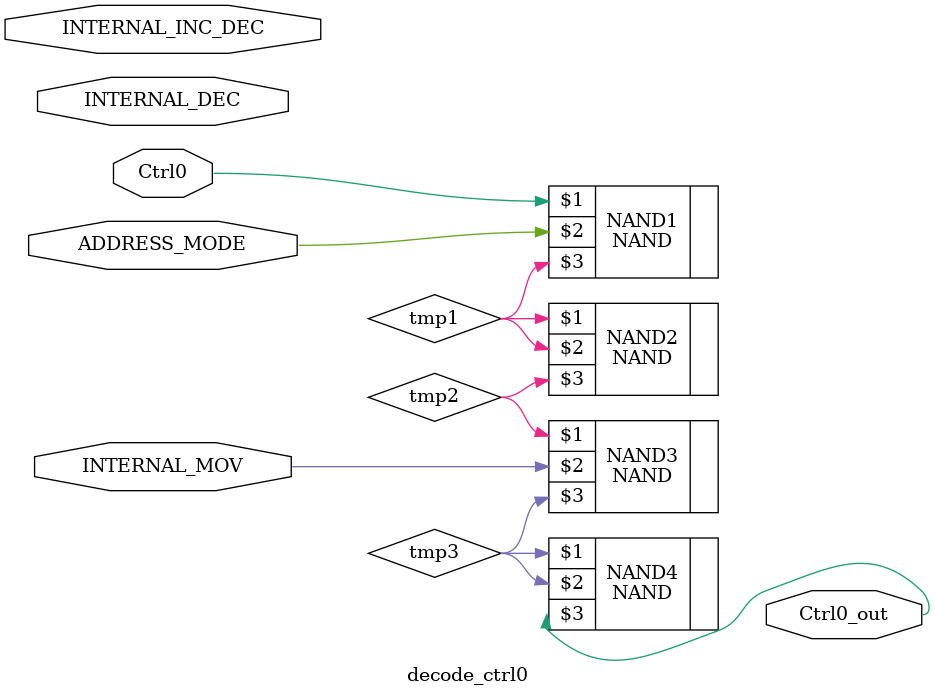
<source format=v>
module decode_ctrl0(Ctrl0,INTERNAL_MOV,ADDRESS_MODE,INTERNAL_INC_DEC,INTERNAL_DEC,Ctrl0_out);
    input Ctrl0,INTERNAL_MOV,ADDRESS_MODE,INTERNAL_INC_DEC,INTERNAL_DEC;
    output Ctrl0_out;
    wire tmp1,tmp2,tmp3;
    NAND NAND1(Ctrl0,ADDRESS_MODE,tmp1);
    NAND NAND2(tmp1,tmp1,tmp2);
    NAND NAND3(tmp2,INTERNAL_MOV,tmp3);
    NAND NAND4(tmp3,tmp3,Ctrl0_out);
endmodule
</source>
